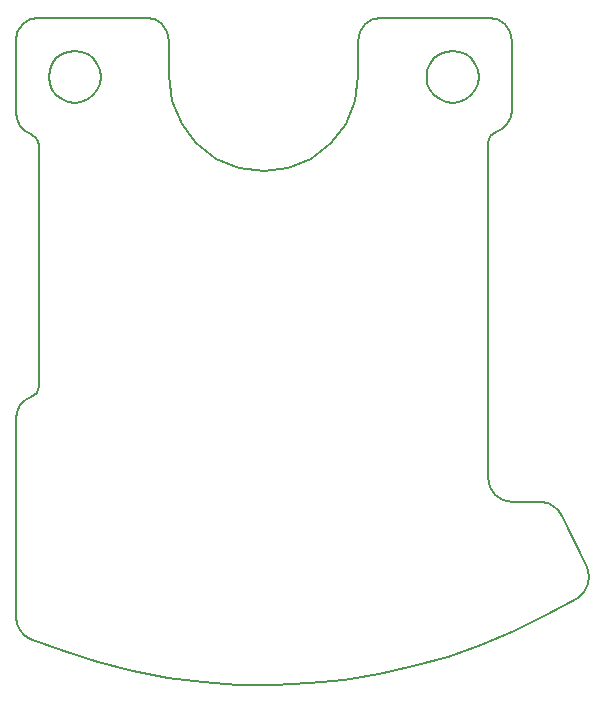
<source format=gm1>
%TF.GenerationSoftware,KiCad,Pcbnew,(5.1.9-0-10_14)*%
%TF.CreationDate,2024-02-01T11:15:19+01:00*%
%TF.ProjectId,masthead,6d617374-6865-4616-942e-6b696361645f,rev?*%
%TF.SameCoordinates,Original*%
%TF.FileFunction,Profile,NP*%
%FSLAX46Y46*%
G04 Gerber Fmt 4.6, Leading zero omitted, Abs format (unit mm)*
G04 Created by KiCad (PCBNEW (5.1.9-0-10_14)) date 2024-02-01 11:15:19*
%MOMM*%
%LPD*%
G01*
G04 APERTURE LIST*
%TA.AperFunction,Profile*%
%ADD10C,0.200000*%
%TD*%
G04 APERTURE END LIST*
D10*
X-13795960Y-10585D02*
X-13869646Y554223D01*
X-13869646Y-575393D02*
X-13795960Y-10585D01*
X-14090704Y-1110585D02*
X-13869646Y-575393D01*
X-14443665Y-1569623D02*
X-14090704Y-1110585D01*
X-14895960Y-1915841D02*
X-14443665Y-1569623D01*
X-15421941Y-2134431D02*
X-14895960Y-1915841D01*
X-15995960Y-2210585D02*
X-15421941Y-2134431D01*
X6948142Y-3986500D02*
X5690146Y-5641889D01*
X7737421Y-2062985D02*
X6948142Y-3986500D01*
X8003880Y34075D02*
X7737421Y-2062985D01*
X8003880Y3012465D02*
X8003880Y34075D01*
X8156121Y3777832D02*
X8003880Y3012465D01*
X8589666Y4426679D02*
X8156121Y3777832D01*
X-18995960Y-26159135D02*
X-19179467Y-26736481D01*
X-15995960Y2189415D02*
X-15995960Y2189415D01*
X-15421941Y2113261D02*
X-15995960Y2189415D01*
X-14895960Y1894671D02*
X-15421941Y2113261D01*
X-14443665Y1548453D02*
X-14895960Y1894671D01*
X-14090704Y1089415D02*
X-14443665Y1548453D01*
X-13869646Y554223D02*
X-14090704Y1089415D01*
X-17901216Y-1110585D02*
X-17548255Y-1569623D01*
X-18122274Y-575393D02*
X-17901216Y-1110585D01*
X-18195960Y-10585D02*
X-18122274Y-575393D01*
X-18122274Y554223D02*
X-18195960Y-10585D01*
X-17901216Y1089415D02*
X-18122274Y554223D01*
X-17548255Y1548453D02*
X-17901216Y1089415D01*
X-17095960Y1894671D02*
X-17548255Y1548453D01*
X-16569979Y2113261D02*
X-17095960Y1894671D01*
X-15995960Y2189415D02*
X-16569979Y2113261D01*
X16004080Y2189415D02*
X16004080Y2189415D01*
X16578099Y2113261D02*
X16004080Y2189415D01*
X17104080Y1894671D02*
X16578099Y2113261D01*
X17556375Y1548453D02*
X17104080Y1894671D01*
X17909336Y1089415D02*
X17556375Y1548453D01*
X18130394Y554223D02*
X17909336Y1089415D01*
X18204080Y-10585D02*
X18130394Y554223D01*
X18130394Y-575393D02*
X18204080Y-10585D01*
X17909336Y-1110585D02*
X18130394Y-575393D01*
X17556375Y-1569623D02*
X17909336Y-1110585D01*
X17104080Y-1915841D02*
X17556375Y-1569623D01*
X16578099Y-2134431D02*
X17104080Y-1915841D01*
X-11068649Y-50306834D02*
X-8108467Y-50868253D01*
X-14003061Y-49569659D02*
X-11068649Y-50306834D01*
X-19662630Y-27101935D02*
X-20208076Y-27396560D01*
X-16903969Y-48656152D02*
X-14003061Y-49569659D01*
X-19763640Y-47565735D02*
X-16903969Y-48656152D01*
X14451785Y-1569623D02*
X14904080Y-1915841D01*
X14098824Y-1110585D02*
X14451785Y-1569623D01*
X13877766Y-575393D02*
X14098824Y-1110585D01*
X13804080Y-10585D02*
X13877766Y-575393D01*
X13877766Y554223D02*
X13804080Y-10585D01*
X14098824Y1089415D02*
X13877766Y554223D01*
X14451785Y1548453D02*
X14098824Y1089415D01*
X16004080Y-2210585D02*
X16578099Y-2134431D01*
X15430061Y-2134431D02*
X16004080Y-2210585D01*
X14904080Y-1915841D02*
X15430061Y-2134431D01*
X14904080Y1894671D02*
X14451785Y1548453D01*
X15430061Y2113261D02*
X14904080Y1894671D01*
X16004080Y2189415D02*
X15430061Y2113261D01*
X-9995820Y5012466D02*
X-9995820Y5012466D01*
X-20208080Y-4578526D02*
X-19662630Y-4873155D01*
X-9230453Y4860225D02*
X-9995820Y5012466D01*
X-8581606Y4426679D02*
X-9230453Y4860225D01*
X-8148061Y3777832D02*
X-8581606Y4426679D01*
X-20995960Y-28987535D02*
X-20995960Y-45718935D01*
X-20899996Y-28375076D02*
X-20995960Y-28987535D01*
X19004080Y-5633835D02*
X19187562Y-5056511D01*
X19004080Y-34010635D02*
X19004080Y-5633835D01*
X19156321Y-34776002D02*
X19004080Y-34010635D01*
X-20628949Y-27832846D02*
X-20899996Y-28375076D01*
X-20208076Y-27396560D02*
X-20628949Y-27832846D01*
X-7995820Y3012465D02*
X-8148061Y3777832D01*
X-7995820Y35515D02*
X-7995820Y3012465D01*
X-7729738Y-2061593D02*
X-7995820Y35515D01*
X9238513Y4860225D02*
X8589666Y4426679D01*
X10003880Y5012466D02*
X9238513Y4860225D01*
X19004080Y5012466D02*
X10003880Y5012466D01*
X19769447Y4860225D02*
X19004080Y5012466D01*
X20418294Y4426679D02*
X19769447Y4860225D01*
X-20410174Y4426679D02*
X-20843719Y3777832D01*
X20851839Y3777832D02*
X20418294Y4426679D01*
X21004080Y3012465D02*
X20851839Y3777832D01*
X21004080Y-2805425D02*
X21004080Y3012465D01*
X20908109Y-3417901D02*
X21004080Y-2805425D01*
X19589866Y-35424849D02*
X19156321Y-34776002D01*
X20238713Y-35858394D02*
X19589866Y-35424849D01*
X21004080Y-36010635D02*
X20238713Y-35858394D01*
X23479380Y-36010635D02*
X21004080Y-36010635D01*
X24039504Y-36090591D02*
X23479380Y-36010635D01*
X24545744Y-36318617D02*
X24039504Y-36090591D01*
X24969877Y-36676927D02*
X24545744Y-36318617D01*
X25283680Y-37147735D02*
X24969877Y-36676927D01*
X20637046Y-3960142D02*
X20908109Y-3417901D01*
X20216151Y-4396429D02*
X20637046Y-3960142D01*
X19670680Y-4691045D02*
X20216151Y-4396429D01*
X19187562Y-5056511D02*
X19670680Y-4691045D01*
X-18995960Y-5815935D02*
X-18995960Y-26159135D01*
X27379980Y-41530935D02*
X25283680Y-37147735D01*
X27570923Y-42250443D02*
X27379980Y-41530935D01*
X27491681Y-42967517D02*
X27570923Y-42250443D01*
X27163814Y-43610149D02*
X27491681Y-42967517D01*
X26608880Y-44106335D02*
X27163814Y-43610149D01*
X23942652Y-45608985D02*
X26608880Y-44106335D01*
X21209395Y-46942802D02*
X23942652Y-45608985D01*
X18416841Y-48107210D02*
X21209395Y-46942802D01*
X15572725Y-49101631D02*
X18416841Y-48107210D01*
X12684780Y-49925488D02*
X15572725Y-49101631D01*
X9760738Y-50578205D02*
X12684780Y-49925488D01*
X6808333Y-51059205D02*
X9760738Y-50578205D01*
X3835299Y-51367911D02*
X6808333Y-51059205D01*
X849369Y-51503745D02*
X3835299Y-51367911D01*
X-2141725Y-51466132D02*
X849369Y-51503745D01*
X-5130247Y-51254493D02*
X-2141725Y-51466132D01*
X-8108467Y-50868253D02*
X-5130247Y-51254493D01*
X-6940805Y-3985250D02*
X-7729738Y-2061593D01*
X-5683107Y-5640866D02*
X-6940805Y-3985250D01*
X-4010729Y-6933853D02*
X-5683107Y-5640866D01*
X-2058216Y-7744010D02*
X-4010729Y-6933853D01*
X3306Y-8014189D02*
X-2058216Y-7744010D01*
X2064876Y-7744381D02*
X3306Y-8014189D01*
X4017535Y-6934575D02*
X2064876Y-7744381D01*
X5690146Y-5641889D02*
X4017535Y-6934575D01*
X-19761327Y4860225D02*
X-20410174Y4426679D01*
X-9995820Y5012466D02*
X-18995960Y5012466D01*
X-18995960Y5012466D02*
X-19761327Y4860225D01*
X-19179473Y-5238601D02*
X-18995960Y-5815935D01*
X-20995960Y-2987535D02*
X-20900000Y-3600000D01*
X-20843719Y3777832D02*
X-20995960Y3012465D01*
X-16569979Y-2134431D02*
X-15995960Y-2210585D01*
X-17095960Y-1915841D02*
X-16569979Y-2134431D01*
X-17548255Y-1569623D02*
X-17095960Y-1915841D01*
X-19179467Y-26736481D02*
X-19662630Y-27101935D01*
X-20628955Y-4142236D02*
X-20208080Y-4578526D01*
X-19662630Y-4873155D02*
X-19179473Y-5238601D01*
X-20995960Y3012465D02*
X-20995960Y-2987535D01*
X-20270959Y-47259956D02*
X-19763640Y-47565735D01*
X-20659595Y-46829035D02*
X-20270959Y-47259956D01*
X-20908333Y-46304764D02*
X-20659595Y-46829035D01*
X-20995960Y-45718935D02*
X-20908333Y-46304764D01*
X-20900000Y-3600000D02*
X-20628955Y-4142236D01*
M02*

</source>
